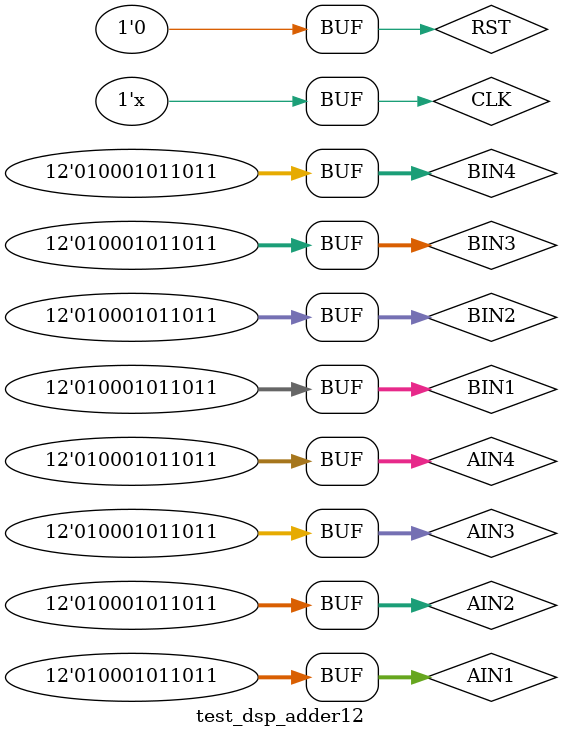
<source format=v>
`timescale 1ns/1ps

module test_dsp_adder12;

parameter CLK_PERIOD = 10;

	
reg           CLK, RST;
reg   [11:0]  AIN1, AIN2, AIN3, AIN4;
reg   [11:0]  BIN1, BIN2, BIN3, BIN4;
wire  [12:0]  OUT1, OUT2, OUT3, OUT4;



dsp_adder12 test(.AIN1(AIN1), .AIN2(AIN2), .AIN3(AIN3), .AIN4(AIN4), 
.BIN1(BIN1), .BIN2(BIN2), .BIN3(BIN3), .BIN4(BIN4), .CLK(CLK), .RST(RST), 
.OUT1(OUT1), .OUT2(OUT2), .OUT3(OUT3), .OUT4(OUT4));



initial 
begin
CLK <= 1'b0;
RST <= 1'b1;
#20 RST <= 1'b0;
end

initial 
begin


end


always
#(CLK_PERIOD/2) CLK = ~CLK;

initial
begin
#15 AIN1 <= 12'd512; 
#65 AIN1 <= 12'd2020;
#65 AIN1 <= 12'd10;
#65 AIN1 <= 12'd1115;
end

initial
begin
#15 AIN2 <= 12'd512; 
#65 AIN2 <= 12'd2020;
#65 AIN2 <= 12'd10;
#65 AIN2 <= 12'd1115;
end

initial
begin
#15 AIN3 <= 12'd512; 
#65 AIN3 <= 12'd2020;
#65 AIN3 <= 12'd10;
#65 AIN3 <= 12'd1115;
end

initial
begin
#15 AIN4 <= 12'd512; 
#65 AIN4 <= 12'd2020;
#65 AIN4 <= 12'd10;
#65 AIN4 <= 12'd1115;
end


initial
begin
#15 BIN1 <= 12'd512; 
#65 BIN1 <= 12'd2020;
#65 BIN1 <= 12'd10;
#65 BIN1 <= 12'd1115;
end

initial
begin
#15 BIN2 <= 12'd512; 
#65 BIN2 <= 12'd2020;
#65 BIN2 <= 12'd10;
#65 BIN2 <= 12'd1115;
end

initial
begin
#15 BIN3 <= 12'd512; 
#65 BIN3 <= 12'd2020;
#65 BIN3 <= 12'd10;
#65 BIN3 <= 12'd1115;
end

initial
begin
#15 BIN4 <= 12'd512; 
#65 BIN4 <= 12'd2020;
#65 BIN4 <= 12'd10;
#65 BIN4 <= 12'd1115;
end

initial 

$monitor ($time, "clk=%b", CLK, " OUT1 = %h", OUT1);
endmodule



</source>
